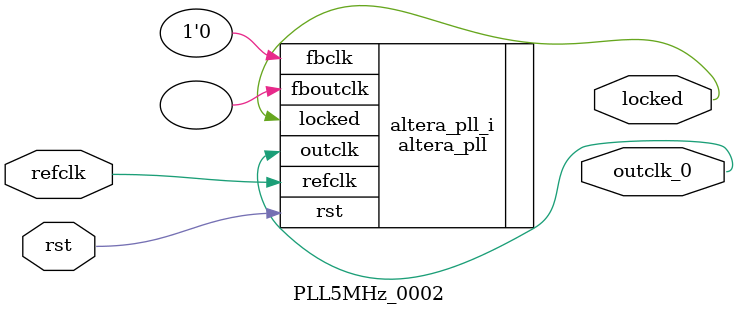
<source format=v>
`timescale 1ns/10ps
module  PLL5MHz_0002(

	// interface 'refclk'
	input wire refclk,

	// interface 'reset'
	input wire rst,

	// interface 'outclk0'
	output wire outclk_0,

	// interface 'locked'
	output wire locked
);

	altera_pll #(
		.fractional_vco_multiplier("false"),
		.reference_clock_frequency("50.0 MHz"),
		.operation_mode("direct"),
		.number_of_clocks(1),
		.output_clock_frequency0("5.000000 MHz"),
		.phase_shift0("0 ps"),
		.duty_cycle0(50),
		.output_clock_frequency1("0 MHz"),
		.phase_shift1("0 ps"),
		.duty_cycle1(50),
		.output_clock_frequency2("0 MHz"),
		.phase_shift2("0 ps"),
		.duty_cycle2(50),
		.output_clock_frequency3("0 MHz"),
		.phase_shift3("0 ps"),
		.duty_cycle3(50),
		.output_clock_frequency4("0 MHz"),
		.phase_shift4("0 ps"),
		.duty_cycle4(50),
		.output_clock_frequency5("0 MHz"),
		.phase_shift5("0 ps"),
		.duty_cycle5(50),
		.output_clock_frequency6("0 MHz"),
		.phase_shift6("0 ps"),
		.duty_cycle6(50),
		.output_clock_frequency7("0 MHz"),
		.phase_shift7("0 ps"),
		.duty_cycle7(50),
		.output_clock_frequency8("0 MHz"),
		.phase_shift8("0 ps"),
		.duty_cycle8(50),
		.output_clock_frequency9("0 MHz"),
		.phase_shift9("0 ps"),
		.duty_cycle9(50),
		.output_clock_frequency10("0 MHz"),
		.phase_shift10("0 ps"),
		.duty_cycle10(50),
		.output_clock_frequency11("0 MHz"),
		.phase_shift11("0 ps"),
		.duty_cycle11(50),
		.output_clock_frequency12("0 MHz"),
		.phase_shift12("0 ps"),
		.duty_cycle12(50),
		.output_clock_frequency13("0 MHz"),
		.phase_shift13("0 ps"),
		.duty_cycle13(50),
		.output_clock_frequency14("0 MHz"),
		.phase_shift14("0 ps"),
		.duty_cycle14(50),
		.output_clock_frequency15("0 MHz"),
		.phase_shift15("0 ps"),
		.duty_cycle15(50),
		.output_clock_frequency16("0 MHz"),
		.phase_shift16("0 ps"),
		.duty_cycle16(50),
		.output_clock_frequency17("0 MHz"),
		.phase_shift17("0 ps"),
		.duty_cycle17(50),
		.pll_type("General"),
		.pll_subtype("General")
	) altera_pll_i (
		.rst	(rst),
		.outclk	({outclk_0}),
		.locked	(locked),
		.fboutclk	( ),
		.fbclk	(1'b0),
		.refclk	(refclk)
	);
endmodule


</source>
